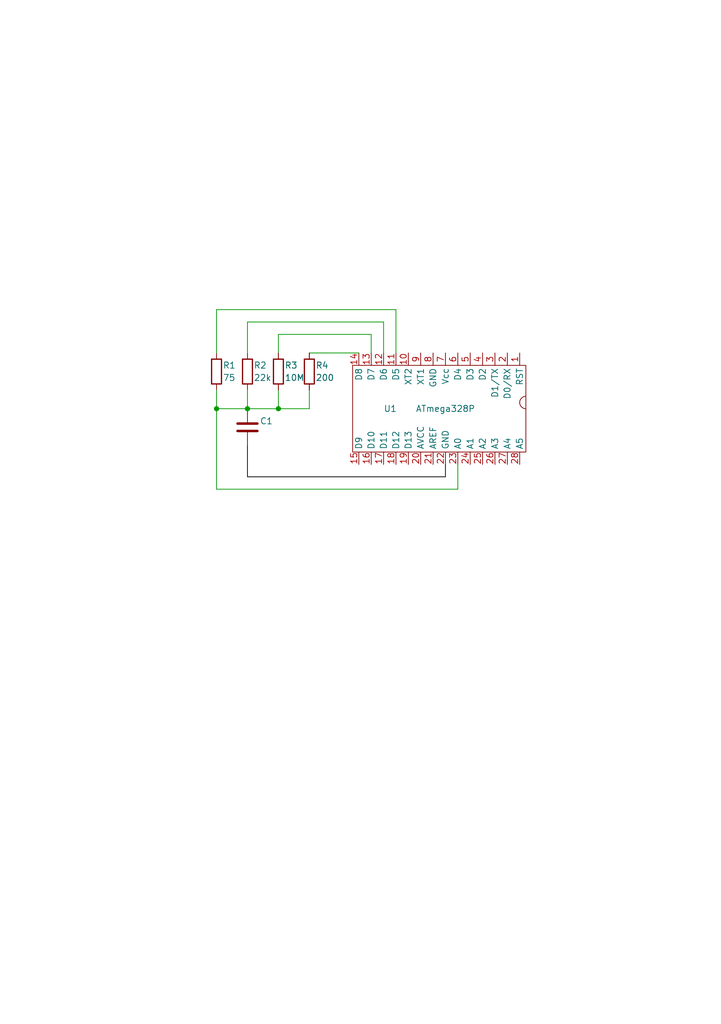
<source format=kicad_sch>
(kicad_sch (version 20230121) (generator eeschema)
  (paper "A5" portrait)
  (lib_symbols
    (symbol "Device:C" (pin_numbers hide) (pin_names (offset 0.254))
      (property "Reference" "C" (at 0.635 2.54 0))
      (property "Value" "C" (at 0.635 -2.54 0))
      (symbol "C_0_1"
        (polyline (pts (xy -2.032 -0.762) (xy 2.032 -0.762)) (stroke (width 0.508)))
        (polyline (pts (xy -2.032 0.762) (xy 2.032 0.762)) (stroke (width 0.508)))
      )
      (symbol "C_1_1"
        (pin passive line (at 0 3.81 270) (length 2.794) (name "~") (number "1"))
        (pin passive line (at 0 -3.81 90) (length 2.794) (name "~") (number "2"))
      )
    )
    (symbol "Device:R" (pin_numbers hide) (pin_names (offset 0))
      (property "Reference" "R" (at 2.032 0 90))
      (property "Value" "R" (at 0 0 90))
      (symbol "R_0_1"
        (rectangle (start -1.016 -2.54) (end 1.016 2.54) (stroke (width 0.254)))
      )
      (symbol "R_1_1"
        (pin passive line (at 0 3.81 270) (length 1.27) (name "~") (number "1"))
        (pin passive line (at 0 -3.81 90) (length 1.27) (name "~") (number "2"))
      )
    )
    (symbol "Ore:ATmega328U_Duino"
      (property "Reference" "ATmega328P_arduino" (at 0 0 0))
      (symbol "ATmega328U_Duino_0_1"
        (arc (start -17.7799 11.4299) (mid -16.8819 11.8019) (end -16.5099 12.6999))
        (rectangle (start -17.78 22.86) (end 17.78 5.08))
        (arc (start -16.5099 12.7001) (mid -16.8819 13.5981) (end -17.7799 13.9701))
      )
      (symbol "ATmega328U_Duino_1_1"
        (pin input line (at -16.51 2.54 90) (length 2.54) (name "RST") (number "1"))
        (pin input line (at 6.35 2.54 90) (length 2.54) (name "XT2") (number "10"))
        (pin output line (at 8.89 2.54 90) (length 2.54) (name "D5") (number "11"))
        (pin output line (at 11.43 2.54 90) (length 2.54) (name "D6") (number "12"))
        (pin output line (at 13.97 2.54 90) (length 2.54) (name "D7") (number "13"))
        (pin output line (at 16.51 2.54 90) (length 2.54) (name "D8") (number "14"))
        (pin output line (at 16.51 25.4 270) (length 2.54) (name "D9") (number "15"))
        (pin output line (at 13.97 25.4 270) (length 2.54) (name "D10") (number "16"))
        (pin unspecified line (at 11.43 25.4 270) (length 2.54) (name "D11") (number "17"))
        (pin unspecified line (at 8.89 25.4 270) (length 2.54) (name "D12") (number "18"))
        (pin unspecified line (at 6.35 25.4 270) (length 2.54) (name "D13") (number "19"))
        (pin output line (at -13.97 2.54 90) (length 2.54) (name "D0/RX") (number "2"))
        (pin unspecified line (at 3.81 25.4 270) (length 2.54) (name "AVCC") (number "20"))
        (pin unspecified line (at 1.27 25.4 270) (length 2.54) (name "AREF") (number "21"))
        (pin unspecified line (at -1.27 25.4 270) (length 2.54) (name "GND") (number "22"))
        (pin unspecified line (at -3.81 25.4 270) (length 2.54) (name "A0") (number "23"))
        (pin unspecified line (at -6.35 25.4 270) (length 2.54) (name "A1") (number "24"))
        (pin unspecified line (at -8.89 25.4 270) (length 2.54) (name "A2") (number "25"))
        (pin unspecified line (at -11.43 25.4 270) (length 2.54) (name "A3") (number "26"))
        (pin unspecified line (at -13.97 25.4 270) (length 2.54) (name "A4") (number "27"))
        (pin unspecified line (at -16.51 25.4 270) (length 2.54) (name "A5") (number "28"))
        (pin output line (at -11.43 2.54 90) (length 2.54) (name "D1/TX") (number "3"))
        (pin output line (at -8.89 2.54 90) (length 2.54) (name "D2") (number "4"))
        (pin output line (at -6.35 2.54 90) (length 2.54) (name "D3") (number "5"))
        (pin output line (at -3.81 2.54 90) (length 2.54) (name "D4") (number "6"))
        (pin power_in line (at -1.27 2.54 90) (length 2.54) (name "Vcc") (number "7"))
        (pin power_out line (at 1.27 2.54 90) (length 2.54) (name "GND") (number "8"))
        (pin input line (at 3.81 2.54 90) (length 2.54) (name "XT1") (number "9"))
      )
    )
  )
  (junction (at 50.8 83.82))
  (junction (at 44.45 83.82))
  (junction (at 57.15 83.82))
  (wire (pts (xy 78.74 72.39) (xy 78.74 66.04)))
  (wire (pts (xy 91.44 97.79) (xy 50.8 97.79)) (stroke (width 0) (color 0 0 0 1)))
  (wire (pts (xy 57.15 80.01) (xy 57.15 83.82)))
  (wire (pts (xy 50.8 66.04) (xy 50.8 72.39)))
  (wire (pts (xy 81.28 63.5) (xy 44.45 63.5)))
  (wire (pts (xy 57.15 83.82) (xy 50.8 83.82)))
  (wire (pts (xy 81.28 72.39) (xy 81.28 63.5)))
  (wire (pts (xy 57.15 68.58) (xy 57.15 72.39)))
  (wire (pts (xy 44.45 63.5) (xy 44.45 72.39)))
  (wire (pts (xy 50.8 80.01) (xy 50.8 83.82)))
  (wire (pts (xy 44.45 80.01) (xy 44.45 83.82)))
  (wire (pts (xy 50.8 97.79) (xy 50.8 91.44)) (stroke (width 0) (color 0 0 0 1)))
  (wire (pts (xy 76.2 72.39) (xy 76.2 68.58)))
  (wire (pts (xy 44.45 100.33) (xy 44.45 83.82)))
  (wire (pts (xy 76.2 68.58) (xy 57.15 68.58)))
  (wire (pts (xy 78.74 66.04) (xy 50.8 66.04)))
  (wire (pts (xy 63.5 72.39) (xy 73.66 72.39)))
  (wire (pts (xy 44.45 83.82) (xy 50.8 83.82)))
  (wire (pts (xy 63.5 80.01) (xy 63.5 83.82)))
  (wire (pts (xy 93.98 95.25) (xy 93.98 100.33)))
  (wire (pts (xy 93.98 100.33) (xy 44.45 100.33)))
  (wire (pts (xy 57.15 83.82) (xy 63.5 83.82)))
  (wire (pts (xy 91.44 95.25) (xy 91.44 97.79)) (stroke (width 0) (color 0 0 0 1)))
  (symbol (lib_id "Device:C") (at 50.8 87.63 0) (unit 1)
    (property "Reference" "C1" (at 53.34 86.36 0) (effects (justify left)))
    (property "Value" "Any" (effects hide))
  )
  (symbol (lib_id "Device:R") (at 44.45 76.2 0) (unit 1)
    (property "Reference" "R1" (at 45.72 74.93 0) (effects (justify left)))
    (property "Value" "75" (at 45.72 77.47 0) (effects (justify left)))
  )
  (symbol (lib_id "Ore:ATmega328U_Duino") (at 90.17 69.85 180) (unit 1)
    (property "Reference" "U1" (at 78.74 83.82 0) (effects (justify right)))
    (property "Value" "ATmega328P" (at 91.44 83.82 0))
  )
  (symbol (lib_id "Device:R") (at 63.5 76.2 0) (unit 1)
    (property "Reference" "R4" (at 64.77 74.93 0) (effects (justify left)))
    (property "Value" "200" (at 64.77 77.47 0) (effects (justify left)))
  )
  (symbol (lib_id "Device:R") (at 57.15 76.2 0) (unit 1)
    (property "Reference" "R3" (at 58.42 74.93 0) (effects (justify left)))
    (property "Value" "10M" (at 58.42 77.47 0) (effects (justify left)))
  )
  (symbol (lib_id "Device:R") (at 50.8 76.2 0) (unit 1)
    (property "Reference" "R2" (at 52.07 74.93 0) (effects (justify left)))
    (property "Value" "22k" (at 52.07 77.47 0) (effects (justify left)))
  )
)
</source>
